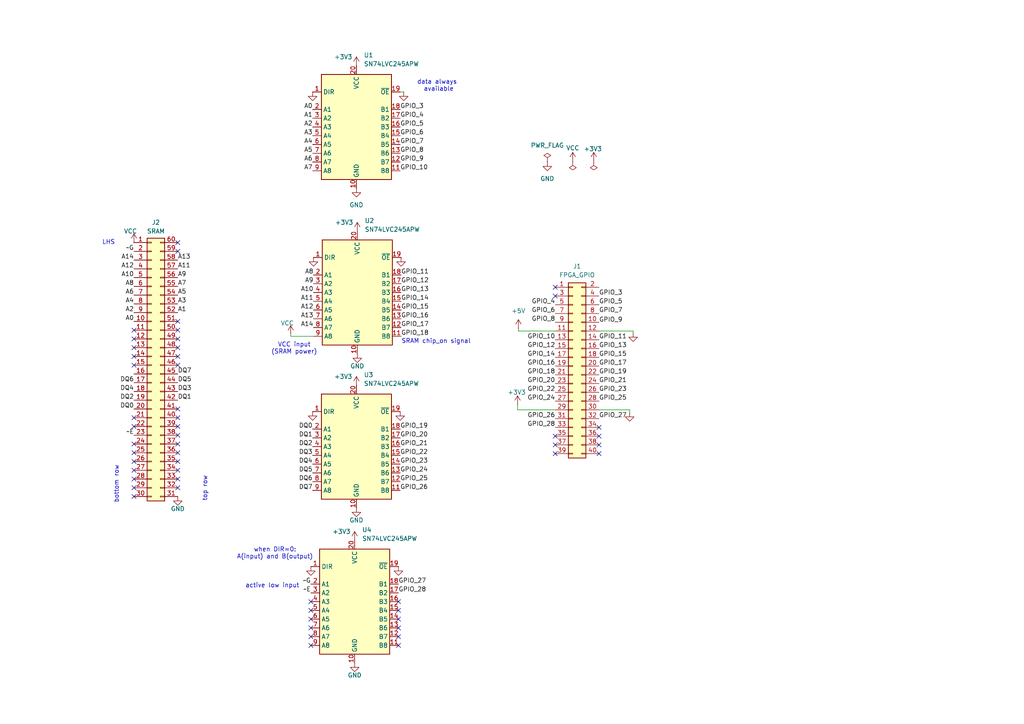
<source format=kicad_sch>
(kicad_sch (version 20250114) (generator "eeschema") (generator_version "9.0")
  (paper "A4")
  (title_block (title "SRAM interfacing hardware") (date "2025-07-24") (rev "v1") (company "Cybicom Atlas Defence") (comment 1 "reviewed by: Kyle Liebenberg") (comment 2 "author: Pontsho Mbizo"))
  (lib_symbols
    (symbol "Connector_Generic:Conn_02x20_Odd_Even" (pin_names (offset 1.016) (hide yes))
      (property "Reference" "J" (at 1.27 25.4 0))
      (property "Value" "Conn_02x20_Odd_Even" (at 1.27 -27.94 0))
      (symbol "Conn_02x20_Odd_Even_1_1"
        (rectangle (start -1.27 24.13) (end 3.81 -26.67) (stroke (width 0.254)) (fill (type background)))
        (rectangle (start -1.27 22.987) (end 0 22.733) (stroke (width 0.1524)))
        (rectangle (start -1.27 20.447) (end 0 20.193) (stroke (width 0.1524)))
        (rectangle (start -1.27 17.907) (end 0 17.653) (stroke (width 0.1524)))
        (rectangle (start -1.27 15.367) (end 0 15.113) (stroke (width 0.1524)))
        (rectangle (start -1.27 12.827) (end 0 12.573) (stroke (width 0.1524)))
        (rectangle (start -1.27 10.287) (end 0 10.033) (stroke (width 0.1524)))
        (rectangle (start -1.27 7.747) (end 0 7.493) (stroke (width 0.1524)))
        (rectangle (start -1.27 5.207) (end 0 4.953) (stroke (width 0.1524)))
        (rectangle (start -1.27 2.667) (end 0 2.413) (stroke (width 0.1524)))
        (rectangle (start -1.27 0.127) (end 0 -0.127) (stroke (width 0.1524)))
        (rectangle (start -1.27 -2.413) (end 0 -2.667) (stroke (width 0.1524)))
        (rectangle (start -1.27 -4.953) (end 0 -5.207) (stroke (width 0.1524)))
        (rectangle (start -1.27 -7.493) (end 0 -7.747) (stroke (width 0.1524)))
        (rectangle (start -1.27 -10.033) (end 0 -10.287) (stroke (width 0.1524)))
        (rectangle (start -1.27 -12.573) (end 0 -12.827) (stroke (width 0.1524)))
        (rectangle (start -1.27 -15.113) (end 0 -15.367) (stroke (width 0.1524)))
        (rectangle (start -1.27 -17.653) (end 0 -17.907) (stroke (width 0.1524)))
        (rectangle (start -1.27 -20.193) (end 0 -20.447) (stroke (width 0.1524)))
        (rectangle (start -1.27 -22.733) (end 0 -22.987) (stroke (width 0.1524)))
        (rectangle (start -1.27 -25.273) (end 0 -25.527) (stroke (width 0.1524)))
        (rectangle (start 3.81 22.987) (end 2.54 22.733) (stroke (width 0.1524)))
        (rectangle (start 3.81 20.447) (end 2.54 20.193) (stroke (width 0.1524)))
        (rectangle (start 3.81 17.907) (end 2.54 17.653) (stroke (width 0.1524)))
        (rectangle (start 3.81 15.367) (end 2.54 15.113) (stroke (width 0.1524)))
        (rectangle (start 3.81 12.827) (end 2.54 12.573) (stroke (width 0.1524)))
        (rectangle (start 3.81 10.287) (end 2.54 10.033) (stroke (width 0.1524)))
        (rectangle (start 3.81 7.747) (end 2.54 7.493) (stroke (width 0.1524)))
        (rectangle (start 3.81 5.207) (end 2.54 4.953) (stroke (width 0.1524)))
        (rectangle (start 3.81 2.667) (end 2.54 2.413) (stroke (width 0.1524)))
        (rectangle (start 3.81 0.127) (end 2.54 -0.127) (stroke (width 0.1524)))
        (rectangle (start 3.81 -2.413) (end 2.54 -2.667) (stroke (width 0.1524)))
        (rectangle (start 3.81 -4.953) (end 2.54 -5.207) (stroke (width 0.1524)))
        (rectangle (start 3.81 -7.493) (end 2.54 -7.747) (stroke (width 0.1524)))
        (rectangle (start 3.81 -10.033) (end 2.54 -10.287) (stroke (width 0.1524)))
        (rectangle (start 3.81 -12.573) (end 2.54 -12.827) (stroke (width 0.1524)))
        (rectangle (start 3.81 -15.113) (end 2.54 -15.367) (stroke (width 0.1524)))
        (rectangle (start 3.81 -17.653) (end 2.54 -17.907) (stroke (width 0.1524)))
        (rectangle (start 3.81 -20.193) (end 2.54 -20.447) (stroke (width 0.1524)))
        (rectangle (start 3.81 -22.733) (end 2.54 -22.987) (stroke (width 0.1524)))
        (rectangle (start 3.81 -25.273) (end 2.54 -25.527) (stroke (width 0.1524)))
        (pin passive line (at -5.08 22.86 0) (length 3.81) (name "Pin_1") (number "1"))
        (pin passive line (at -5.08 20.32 0) (length 3.81) (name "Pin_3") (number "3"))
        (pin passive line (at -5.08 17.78 0) (length 3.81) (name "Pin_5") (number "5"))
        (pin passive line (at -5.08 15.24 0) (length 3.81) (name "Pin_7") (number "7"))
        (pin passive line (at -5.08 12.7 0) (length 3.81) (name "Pin_9") (number "9"))
        (pin passive line (at -5.08 10.16 0) (length 3.81) (name "Pin_11") (number "11"))
        (pin passive line (at -5.08 7.62 0) (length 3.81) (name "Pin_13") (number "13"))
        (pin passive line (at -5.08 5.08 0) (length 3.81) (name "Pin_15") (number "15"))
        (pin passive line (at -5.08 2.54 0) (length 3.81) (name "Pin_17") (number "17"))
        (pin passive line (at -5.08 0 0) (length 3.81) (name "Pin_19") (number "19"))
        (pin passive line (at -5.08 -2.54 0) (length 3.81) (name "Pin_21") (number "21"))
        (pin passive line (at -5.08 -5.08 0) (length 3.81) (name "Pin_23") (number "23"))
        (pin passive line (at -5.08 -7.62 0) (length 3.81) (name "Pin_25") (number "25"))
        (pin passive line (at -5.08 -10.16 0) (length 3.81) (name "Pin_27") (number "27"))
        (pin passive line (at -5.08 -12.7 0) (length 3.81) (name "Pin_29") (number "29"))
        (pin passive line (at -5.08 -15.24 0) (length 3.81) (name "Pin_31") (number "31"))
        (pin passive line (at -5.08 -17.78 0) (length 3.81) (name "Pin_33") (number "33"))
        (pin passive line (at -5.08 -20.32 0) (length 3.81) (name "Pin_35") (number "35"))
        (pin passive line (at -5.08 -22.86 0) (length 3.81) (name "Pin_37") (number "37"))
        (pin passive line (at -5.08 -25.4 0) (length 3.81) (name "Pin_39") (number "39"))
        (pin passive line (at 7.62 22.86 180) (length 3.81) (name "Pin_2") (number "2"))
        (pin passive line (at 7.62 20.32 180) (length 3.81) (name "Pin_4") (number "4"))
        (pin passive line (at 7.62 17.78 180) (length 3.81) (name "Pin_6") (number "6"))
        (pin passive line (at 7.62 15.24 180) (length 3.81) (name "Pin_8") (number "8"))
        (pin passive line (at 7.62 12.7 180) (length 3.81) (name "Pin_10") (number "10"))
        (pin passive line (at 7.62 10.16 180) (length 3.81) (name "Pin_12") (number "12"))
        (pin passive line (at 7.62 7.62 180) (length 3.81) (name "Pin_14") (number "14"))
        (pin passive line (at 7.62 5.08 180) (length 3.81) (name "Pin_16") (number "16"))
        (pin passive line (at 7.62 2.54 180) (length 3.81) (name "Pin_18") (number "18"))
        (pin passive line (at 7.62 0 180) (length 3.81) (name "Pin_20") (number "20"))
        (pin passive line (at 7.62 -2.54 180) (length 3.81) (name "Pin_22") (number "22"))
        (pin passive line (at 7.62 -5.08 180) (length 3.81) (name "Pin_24") (number "24"))
        (pin passive line (at 7.62 -7.62 180) (length 3.81) (name "Pin_26") (number "26"))
        (pin passive line (at 7.62 -10.16 180) (length 3.81) (name "Pin_28") (number "28"))
        (pin passive line (at 7.62 -12.7 180) (length 3.81) (name "Pin_30") (number "30"))
        (pin passive line (at 7.62 -15.24 180) (length 3.81) (name "Pin_32") (number "32"))
        (pin passive line (at 7.62 -17.78 180) (length 3.81) (name "Pin_34") (number "34"))
        (pin passive line (at 7.62 -20.32 180) (length 3.81) (name "Pin_36") (number "36"))
        (pin passive line (at 7.62 -22.86 180) (length 3.81) (name "Pin_38") (number "38"))
        (pin passive line (at 7.62 -25.4 180) (length 3.81) (name "Pin_40") (number "40"))
      )
    )
    (symbol "Connector_Generic:Conn_02x30_Counter_Clockwise" (pin_names (offset 1.016) (hide yes))
      (property "Reference" "J" (at 1.27 38.1 0))
      (property "Value" "Conn_02x30_Counter_Clockwise" (at 1.27 -40.64 0))
      (symbol "Conn_02x30_Counter_Clockwise_1_1"
        (rectangle (start -1.27 36.83) (end 3.81 -39.37) (stroke (width 0.254)) (fill (type background)))
        (rectangle (start -1.27 35.687) (end 0 35.433) (stroke (width 0.1524)))
        (rectangle (start -1.27 33.147) (end 0 32.893) (stroke (width 0.1524)))
        (rectangle (start -1.27 30.607) (end 0 30.353) (stroke (width 0.1524)))
        (rectangle (start -1.27 28.067) (end 0 27.813) (stroke (width 0.1524)))
        (rectangle (start -1.27 25.527) (end 0 25.273) (stroke (width 0.1524)))
        (rectangle (start -1.27 22.987) (end 0 22.733) (stroke (width 0.1524)))
        (rectangle (start -1.27 20.447) (end 0 20.193) (stroke (width 0.1524)))
        (rectangle (start -1.27 17.907) (end 0 17.653) (stroke (width 0.1524)))
        (rectangle (start -1.27 15.367) (end 0 15.113) (stroke (width 0.1524)))
        (rectangle (start -1.27 12.827) (end 0 12.573) (stroke (width 0.1524)))
        (rectangle (start -1.27 10.287) (end 0 10.033) (stroke (width 0.1524)))
        (rectangle (start -1.27 7.747) (end 0 7.493) (stroke (width 0.1524)))
        (rectangle (start -1.27 5.207) (end 0 4.953) (stroke (width 0.1524)))
        (rectangle (start -1.27 2.667) (end 0 2.413) (stroke (width 0.1524)))
        (rectangle (start -1.27 0.127) (end 0 -0.127) (stroke (width 0.1524)))
        (rectangle (start -1.27 -2.413) (end 0 -2.667) (stroke (width 0.1524)))
        (rectangle (start -1.27 -4.953) (end 0 -5.207) (stroke (width 0.1524)))
        (rectangle (start -1.27 -7.493) (end 0 -7.747) (stroke (width 0.1524)))
        (rectangle (start -1.27 -10.033) (end 0 -10.287) (stroke (width 0.1524)))
        (rectangle (start -1.27 -12.573) (end 0 -12.827) (stroke (width 0.1524)))
        (rectangle (start -1.27 -15.113) (end 0 -15.367) (stroke (width 0.1524)))
        (rectangle (start -1.27 -17.653) (end 0 -17.907) (stroke (width 0.1524)))
        (rectangle (start -1.27 -20.193) (end 0 -20.447) (stroke (width 0.1524)))
        (rectangle (start -1.27 -22.733) (end 0 -22.987) (stroke (width 0.1524)))
        (rectangle (start -1.27 -25.273) (end 0 -25.527) (stroke (width 0.1524)))
        (rectangle (start -1.27 -27.813) (end 0 -28.067) (stroke (width 0.1524)))
        (rectangle (start -1.27 -30.353) (end 0 -30.607) (stroke (width 0.1524)))
        (rectangle (start -1.27 -32.893) (end 0 -33.147) (stroke (width 0.1524)))
        (rectangle (start -1.27 -35.433) (end 0 -35.687) (stroke (width 0.1524)))
        (rectangle (start -1.27 -37.973) (end 0 -38.227) (stroke (width 0.1524)))
        (rectangle (start 3.81 35.687) (end 2.54 35.433) (stroke (width 0.1524)))
        (rectangle (start 3.81 33.147) (end 2.54 32.893) (stroke (width 0.1524)))
        (rectangle (start 3.81 30.607) (end 2.54 30.353) (stroke (width 0.1524)))
        (rectangle (start 3.81 28.067) (end 2.54 27.813) (stroke (width 0.1524)))
        (rectangle (start 3.81 25.527) (end 2.54 25.273) (stroke (width 0.1524)))
        (rectangle (start 3.81 22.987) (end 2.54 22.733) (stroke (width 0.1524)))
        (rectangle (start 3.81 20.447) (end 2.54 20.193) (stroke (width 0.1524)))
        (rectangle (start 3.81 17.907) (end 2.54 17.653) (stroke (width 0.1524)))
        (rectangle (start 3.81 15.367) (end 2.54 15.113) (stroke (width 0.1524)))
        (rectangle (start 3.81 12.827) (end 2.54 12.573) (stroke (width 0.1524)))
        (rectangle (start 3.81 10.287) (end 2.54 10.033) (stroke (width 0.1524)))
        (rectangle (start 3.81 7.747) (end 2.54 7.493) (stroke (width 0.1524)))
        (rectangle (start 3.81 5.207) (end 2.54 4.953) (stroke (width 0.1524)))
        (rectangle (start 3.81 2.667) (end 2.54 2.413) (stroke (width 0.1524)))
        (rectangle (start 3.81 0.127) (end 2.54 -0.127) (stroke (width 0.1524)))
        (rectangle (start 3.81 -2.413) (end 2.54 -2.667) (stroke (width 0.1524)))
        (rectangle (start 3.81 -4.953) (end 2.54 -5.207) (stroke (width 0.1524)))
        (rectangle (start 3.81 -7.493) (end 2.54 -7.747) (stroke (width 0.1524)))
        (rectangle (start 3.81 -10.033) (end 2.54 -10.287) (stroke (width 0.1524)))
        (rectangle (start 3.81 -12.573) (end 2.54 -12.827) (stroke (width 0.1524)))
        (rectangle (start 3.81 -15.113) (end 2.54 -15.367) (stroke (width 0.1524)))
        (rectangle (start 3.81 -17.653) (end 2.54 -17.907) (stroke (width 0.1524)))
        (rectangle (start 3.81 -20.193) (end 2.54 -20.447) (stroke (width 0.1524)))
        (rectangle (start 3.81 -22.733) (end 2.54 -22.987) (stroke (width 0.1524)))
        (rectangle (start 3.81 -25.273) (end 2.54 -25.527) (stroke (width 0.1524)))
        (rectangle (start 3.81 -27.813) (end 2.54 -28.067) (stroke (width 0.1524)))
        (rectangle (start 3.81 -30.353) (end 2.54 -30.607) (stroke (width 0.1524)))
        (rectangle (start 3.81 -32.893) (end 2.54 -33.147) (stroke (width 0.1524)))
        (rectangle (start 3.81 -35.433) (end 2.54 -35.687) (stroke (width 0.1524)))
        (rectangle (start 3.81 -37.973) (end 2.54 -38.227) (stroke (width 0.1524)))
        (pin passive line (at -5.08 35.56 0) (length 3.81) (name "Pin_1") (number "1"))
        (pin passive line (at -5.08 33.02 0) (length 3.81) (name "Pin_2") (number "2"))
        (pin passive line (at -5.08 30.48 0) (length 3.81) (name "Pin_3") (number "3"))
        (pin passive line (at -5.08 27.94 0) (length 3.81) (name "Pin_4") (number "4"))
        (pin passive line (at -5.08 25.4 0) (length 3.81) (name "Pin_5") (number "5"))
        (pin passive line (at -5.08 22.86 0) (length 3.81) (name "Pin_6") (number "6"))
        (pin passive line (at -5.08 20.32 0) (length 3.81) (name "Pin_7") (number "7"))
        (pin passive line (at -5.08 17.78 0) (length 3.81) (name "Pin_8") (number "8"))
        (pin passive line (at -5.08 15.24 0) (length 3.81) (name "Pin_9") (number "9"))
        (pin passive line (at -5.08 12.7 0) (length 3.81) (name "Pin_10") (number "10"))
        (pin passive line (at -5.08 10.16 0) (length 3.81) (name "Pin_11") (number "11"))
        (pin passive line (at -5.08 7.62 0) (length 3.81) (name "Pin_12") (number "12"))
        (pin passive line (at -5.08 5.08 0) (length 3.81) (name "Pin_13") (number "13"))
        (pin passive line (at -5.08 2.54 0) (length 3.81) (name "Pin_14") (number "14"))
        (pin passive line (at -5.08 0 0) (length 3.81) (name "Pin_15") (number "15"))
        (pin passive line (at -5.08 -2.54 0) (length 3.81) (name "Pin_16") (number "16"))
        (pin passive line (at -5.08 -5.08 0) (length 3.81) (name "Pin_17") (number "17"))
        (pin passive line (at -5.08 -7.62 0) (length 3.81) (name "Pin_18") (number "18"))
        (pin passive line (at -5.08 -10.16 0) (length 3.81) (name "Pin_19") (number "19"))
        (pin passive line (at -5.08 -12.7 0) (length 3.81) (name "Pin_20") (number "20"))
        (pin passive line (at -5.08 -15.24 0) (length 3.81) (name "Pin_21") (number "21"))
        (pin passive line (at -5.08 -17.78 0) (length 3.81) (name "Pin_22") (number "22"))
        (pin passive line (at -5.08 -20.32 0) (length 3.81) (name "Pin_23") (number "23"))
        (pin passive line (at -5.08 -22.86 0) (length 3.81) (name "Pin_24") (number "24"))
        (pin passive line (at -5.08 -25.4 0) (length 3.81) (name "Pin_25") (number "25"))
        (pin passive line (at -5.08 -27.94 0) (length 3.81) (name "Pin_26") (number "26"))
        (pin passive line (at -5.08 -30.48 0) (length 3.81) (name "Pin_27") (number "27"))
        (pin passive line (at -5.08 -33.02 0) (length 3.81) (name "Pin_28") (number "28"))
        (pin passive line (at -5.08 -35.56 0) (length 3.81) (name "Pin_29") (number "29"))
        (pin passive line (at -5.08 -38.1 0) (length 3.81) (name "Pin_30") (number "30"))
        (pin passive line (at 7.62 35.56 180) (length 3.81) (name "Pin_60") (number "60"))
        (pin passive line (at 7.62 33.02 180) (length 3.81) (name "Pin_59") (number "59"))
        (pin passive line (at 7.62 30.48 180) (length 3.81) (name "Pin_58") (number "58"))
        (pin passive line (at 7.62 27.94 180) (length 3.81) (name "Pin_57") (number "57"))
        (pin passive line (at 7.62 25.4 180) (length 3.81) (name "Pin_56") (number "56"))
        (pin passive line (at 7.62 22.86 180) (length 3.81) (name "Pin_55") (number "55"))
        (pin passive line (at 7.62 20.32 180) (length 3.81) (name "Pin_54") (number "54"))
        (pin passive line (at 7.62 17.78 180) (length 3.81) (name "Pin_53") (number "53"))
        (pin passive line (at 7.62 15.24 180) (length 3.81) (name "Pin_52") (number "52"))
        (pin passive line (at 7.62 12.7 180) (length 3.81) (name "Pin_51") (number "51"))
        (pin passive line (at 7.62 10.16 180) (length 3.81) (name "Pin_50") (number "50"))
        (pin passive line (at 7.62 7.62 180) (length 3.81) (name "Pin_49") (number "49"))
        (pin passive line (at 7.62 5.08 180) (length 3.81) (name "Pin_48") (number "48"))
        (pin passive line (at 7.62 2.54 180) (length 3.81) (name "Pin_47") (number "47"))
        (pin passive line (at 7.62 0 180) (length 3.81) (name "Pin_46") (number "46"))
        (pin passive line (at 7.62 -2.54 180) (length 3.81) (name "Pin_45") (number "45"))
        (pin passive line (at 7.62 -5.08 180) (length 3.81) (name "Pin_44") (number "44"))
        (pin passive line (at 7.62 -7.62 180) (length 3.81) (name "Pin_43") (number "43"))
        (pin passive line (at 7.62 -10.16 180) (length 3.81) (name "Pin_42") (number "42"))
        (pin passive line (at 7.62 -12.7 180) (length 3.81) (name "Pin_41") (number "41"))
        (pin passive line (at 7.62 -15.24 180) (length 3.81) (name "Pin_40") (number "40"))
        (pin passive line (at 7.62 -17.78 180) (length 3.81) (name "Pin_39") (number "39"))
        (pin passive line (at 7.62 -20.32 180) (length 3.81) (name "Pin_38") (number "38"))
        (pin passive line (at 7.62 -22.86 180) (length 3.81) (name "Pin_37") (number "37"))
        (pin passive line (at 7.62 -25.4 180) (length 3.81) (name "Pin_36") (number "36"))
        (pin passive line (at 7.62 -27.94 180) (length 3.81) (name "Pin_35") (number "35"))
        (pin passive line (at 7.62 -30.48 180) (length 3.81) (name "Pin_34") (number "34"))
        (pin passive line (at 7.62 -33.02 180) (length 3.81) (name "Pin_33") (number "33"))
        (pin passive line (at 7.62 -35.56 180) (length 3.81) (name "Pin_32") (number "32"))
        (pin passive line (at 7.62 -38.1 180) (length 3.81) (name "Pin_31") (number "31"))
      )
    )
    (symbol "Logic_LevelTranslator:SN74LVC245APW"
      (property "Reference" "U" (at -10.16 17.78 0))
      (property "Value" "SN74LVC245APW" (at 10.16 17.78 0))
      (symbol "SN74LVC245APW_0_1"
        (rectangle (start -10.16 15.24) (end 10.16 -15.24) (stroke (width 0.254)) (fill (type background)))
      )
      (symbol "SN74LVC245APW_1_1"
        (pin input line (at -12.7 10.16 0) (length 2.54) (name "DIR") (number "1"))
        (pin bidirectional line (at -12.7 5.08 0) (length 2.54) (name "A1") (number "2"))
        (pin bidirectional line (at -12.7 2.54 0) (length 2.54) (name "A2") (number "3"))
        (pin bidirectional line (at -12.7 0 0) (length 2.54) (name "A3") (number "4"))
        (pin bidirectional line (at -12.7 -2.54 0) (length 2.54) (name "A4") (number "5"))
        (pin bidirectional line (at -12.7 -5.08 0) (length 2.54) (name "A5") (number "6"))
        (pin bidirectional line (at -12.7 -7.62 0) (length 2.54) (name "A6") (number "7"))
        (pin bidirectional line (at -12.7 -10.16 0) (length 2.54) (name "A7") (number "8"))
        (pin bidirectional line (at -12.7 -12.7 0) (length 2.54) (name "A8") (number "9"))
        (pin power_in line (at 0 17.78 270) (length 2.54) (name "VCC") (number "20"))
        (pin power_in line (at 0 -17.78 90) (length 2.54) (name "GND") (number "10"))
        (pin input line (at 12.7 10.16 180) (length 2.54) (name "~{OE}") (number "19"))
        (pin bidirectional line (at 12.7 5.08 180) (length 2.54) (name "B1") (number "18"))
        (pin bidirectional line (at 12.7 2.54 180) (length 2.54) (name "B2") (number "17"))
        (pin bidirectional line (at 12.7 0 180) (length 2.54) (name "B3") (number "16"))
        (pin bidirectional line (at 12.7 -2.54 180) (length 2.54) (name "B4") (number "15"))
        (pin bidirectional line (at 12.7 -5.08 180) (length 2.54) (name "B5") (number "14"))
        (pin bidirectional line (at 12.7 -7.62 180) (length 2.54) (name "B6") (number "13"))
        (pin bidirectional line (at 12.7 -10.16 180) (length 2.54) (name "B7") (number "12"))
        (pin bidirectional line (at 12.7 -12.7 180) (length 2.54) (name "B8") (number "11"))
      )
    )
    (symbol "power:+3V3" (power) (pin_numbers (hide yes)) (pin_names (offset 0) (hide yes))
      (property "Value" "+3V3" (at 0 3.556 0))
      (symbol "+3V3_0_1"
        (polyline (pts (xy -0.762 1.27) (xy 0 2.54)))
        (polyline (pts (xy 0 2.54) (xy 0.762 1.27)))
        (polyline (pts (xy 0 0) (xy 0 2.54)))
      )
      (symbol "+3V3_1_1"
        (pin power_in line (at 0 0 90) (length 0) (name "~") (number "1"))
      )
    )
    (symbol "power:+5V" (power) (pin_numbers (hide yes)) (pin_names (offset 0) (hide yes))
      (property "Value" "+5V" (at 0 3.556 0))
      (symbol "+5V_0_1"
        (polyline (pts (xy -0.762 1.27) (xy 0 2.54)))
        (polyline (pts (xy 0 2.54) (xy 0.762 1.27)))
        (polyline (pts (xy 0 0) (xy 0 2.54)))
      )
      (symbol "+5V_1_1"
        (pin power_in line (at 0 0 90) (length 0) (name "~") (number "1"))
      )
    )
    (symbol "power:GND" (power) (pin_numbers (hide yes)) (pin_names (offset 0) (hide yes))
      (property "Value" "GND" (at 0 -3.81 0))
      (symbol "GND_0_1"
        (polyline (pts (xy 0 0) (xy 0 -1.27) (xy 1.27 -1.27) (xy 0 -2.54) (xy -1.27 -1.27) (xy 0 -1.27)))
      )
      (symbol "GND_1_1"
        (pin power_in line (at 0 0 270) (length 0) (name "~") (number "1"))
      )
    )
    (symbol "power:PWR_FLAG" (power) (pin_numbers (hide yes)) (pin_names (offset 0) (hide yes))
      (property "Value" "PWR_FLAG" (at 0 3.81 0))
      (symbol "PWR_FLAG_0_0"
        (pin power_out line (at 0 0 90) (length 0) (name "~") (number "1"))
      )
      (symbol "PWR_FLAG_0_1"
        (polyline (pts (xy 0 0) (xy 0 1.27) (xy -1.016 1.905) (xy 0 2.54) (xy 1.016 1.905) (xy 0 1.27)))
      )
    )
    (symbol "power:VCC" (power) (pin_numbers (hide yes)) (pin_names (offset 0) (hide yes))
      (property "Value" "VCC" (at 0 3.556 0))
      (symbol "VCC_0_1"
        (polyline (pts (xy -0.762 1.27) (xy 0 2.54)))
        (polyline (pts (xy 0 2.54) (xy 0.762 1.27)))
        (polyline (pts (xy 0 0) (xy 0 2.54)))
      )
      (symbol "VCC_1_1"
        (pin power_in line (at 0 0 90) (length 0) (name "~") (number "1"))
      )
    )
  )
  (text "when DIR=0:\nA(input) and B(output)" (at 79.756 160.528 0) (effects (font (size 1.27 1.27))))
  (text "VCC input\n(SRAM power)" (at 85.344 101.092 0) (effects (font (size 1.27 1.27))))
  (text "bottom row\n" (at 33.782 140.462 90) (effects (font (size 1.27 1.27))))
  (text "top row\n" (at 59.436 141.732 90) (effects (font (size 1.27 1.27))))
  (text "LHS" (at 31.496 70.358 0) (effects (font (size 1.27 1.27))))
  (text "SRAM chip_on signal\n" (at 126.492 99.06 0) (effects (font (size 1.27 1.27))))
  (text "active low input\n" (at 78.994 169.926 0) (effects (font (size 1.27 1.27))))
  (text "data always \navailable" (at 127.254 24.892 0) (effects (font (size 1.27 1.27))))
  (no_connect (at 38.862 128.778))
  (no_connect (at 51.562 105.918))
  (no_connect (at 115.57 187.198))
  (no_connect (at 51.562 133.858))
  (no_connect (at 38.862 121.158))
  (no_connect (at 38.862 141.478))
  (no_connect (at 51.562 98.298))
  (no_connect (at 173.736 131.572))
  (no_connect (at 51.562 141.478))
  (no_connect (at 38.862 105.918))
  (no_connect (at 173.736 129.032))
  (no_connect (at 161.036 83.312))
  (no_connect (at 51.562 128.778))
  (no_connect (at 51.562 121.158))
  (no_connect (at 51.562 70.358))
  (no_connect (at 38.862 98.298))
  (no_connect (at 51.562 138.938))
  (no_connect (at 38.862 100.838))
  (no_connect (at 90.17 174.498))
  (no_connect (at 90.17 184.658))
  (no_connect (at 161.036 131.572))
  (no_connect (at 51.562 93.218))
  (no_connect (at 90.17 179.578))
  (no_connect (at 51.562 95.758))
  (no_connect (at 90.17 187.198))
  (no_connect (at 38.862 103.378))
  (no_connect (at 161.036 129.032))
  (no_connect (at 173.736 126.492))
  (no_connect (at 161.036 126.492))
  (no_connect (at 90.17 182.118))
  (no_connect (at 115.57 182.118))
  (no_connect (at 90.17 177.038))
  (no_connect (at 51.562 100.838))
  (no_connect (at 51.562 126.238))
  (no_connect (at 115.57 179.578))
  (no_connect (at 161.036 85.852))
  (no_connect (at 115.57 184.658))
  (no_connect (at 38.862 123.698))
  (no_connect (at 51.562 136.398))
  (no_connect (at 38.862 95.758))
  (no_connect (at 51.562 131.318))
  (no_connect (at 38.862 131.318))
  (no_connect (at 51.562 123.698))
  (no_connect (at 51.562 103.378))
  (no_connect (at 38.862 133.858))
  (no_connect (at 38.862 144.018))
  (no_connect (at 51.562 118.618))
  (no_connect (at 173.736 123.952))
  (no_connect (at 51.562 72.898))
  (no_connect (at 115.57 174.498))
  (no_connect (at 115.57 177.038))
  (no_connect (at 38.862 138.938))
  (no_connect (at 38.862 136.398))
  (wire (pts (xy 161.036 118.872) (xy 150.114 118.872)))
  (wire (pts (xy 183.642 96.012) (xy 183.642 96.52)))
  (wire (pts (xy 182.626 118.872) (xy 182.626 119.634)))
  (wire (pts (xy 161.036 96.012) (xy 150.368 96.012)))
  (wire (pts (xy 150.368 96.012) (xy 150.368 95.25)))
  (wire (pts (xy 84.328 97.536) (xy 84.328 97.028)))
  (wire (pts (xy 90.932 97.536) (xy 84.328 97.536)))
  (wire (pts (xy 173.736 96.012) (xy 183.642 96.012)))
  (wire (pts (xy 117.094 26.67) (xy 116.078 26.67)))
  (wire (pts (xy 150.114 117.348) (xy 150.114 118.872)))
  (wire (pts (xy 173.736 118.872) (xy 182.626 118.872)))
  (label "GPIO_21" (at 116.078 129.54 0))
  (label "GPIO_10" (at 116.078 49.53 0))
  (label "A9" (at 51.562 80.518 0))
  (label "~G" (at 38.862 72.898 180))
  (label "GPIO_8" (at 161.036 93.472 180))
  (label "A11" (at 90.932 87.376 180))
  (label "~G" (at 90.17 169.418 180))
  (label "DQ1" (at 51.562 116.078 0))
  (label "GPIO_18" (at 161.036 108.712 180))
  (label "GPIO_13" (at 116.332 84.836 0))
  (label "DQ4" (at 38.862 113.538 180))
  (label "GPIO_24" (at 161.036 116.332 180))
  (label "GPIO_24" (at 116.078 137.16 0))
  (label "GPIO_9" (at 173.736 93.726 0))
  (label "GPIO_9" (at 116.078 46.99 0))
  (label "GPIO_20" (at 161.036 111.252 180))
  (label "GPIO_19" (at 116.078 124.46 0))
  (label "GPIO_13" (at 173.736 101.092 0))
  (label "GPIO_20" (at 116.078 127 0))
  (label "~E" (at 90.17 171.958 180))
  (label "GPIO_4" (at 116.078 34.29 0))
  (label "DQ4" (at 90.678 134.62 180))
  (label "A9" (at 90.932 82.296 180))
  (label "GPIO_3" (at 173.736 85.852 0))
  (label "GPIO_4" (at 161.036 88.392 180))
  (label "GPIO_5" (at 116.078 36.83 0))
  (label "A6" (at 38.862 85.598 180))
  (label "DQ7" (at 51.562 108.458 0))
  (label "DQ6" (at 90.678 139.7 180))
  (label "GPIO_10" (at 161.036 98.552 180))
  (label "GPIO_19" (at 173.736 108.712 0))
  (label "GPIO_23" (at 173.736 113.792 0))
  (label "GPIO_6" (at 116.078 39.37 0))
  (label "GPIO_17" (at 116.332 94.996 0))
  (label "A5" (at 51.562 85.598 0))
  (label "A1" (at 51.562 90.678 0))
  (label "GPIO_5" (at 173.736 88.392 0))
  (label "DQ2" (at 90.678 129.54 180))
  (label "DQ0" (at 38.862 118.618 180))
  (label "GPIO_26" (at 161.036 121.412 180))
  (label "GPIO_17" (at 173.736 106.172 0))
  (label "A3" (at 51.562 88.138 0))
  (label "DQ6" (at 38.862 110.998 180))
  (label "GPIO_18" (at 116.332 97.536 0))
  (label "GPIO_27" (at 173.736 121.412 0))
  (label "A2" (at 38.862 90.678 180))
  (label "GPIO_25" (at 116.078 139.7 0))
  (label "A4" (at 90.678 41.91 180))
  (label "GPIO_22" (at 161.036 113.792 180))
  (label "A8" (at 38.862 83.058 180))
  (label "A2" (at 90.678 36.83 180))
  (label "GPIO_21" (at 173.736 111.252 0))
  (label "DQ7" (at 90.678 142.24 180))
  (label "A12" (at 90.932 89.916 180))
  (label "GPIO_22" (at 116.078 132.08 0))
  (label "A13" (at 90.932 92.456 180))
  (label "DQ5" (at 51.562 110.998 0))
  (label "A10" (at 90.932 84.836 180))
  (label "GPIO_12" (at 161.036 101.092 180))
  (label "GPIO_11" (at 116.332 79.756 0))
  (label "GPIO_7" (at 116.078 41.91 0))
  (label "A13" (at 51.562 75.438 0))
  (label "A7" (at 51.562 83.058 0))
  (label "GPIO_23" (at 116.078 134.62 0))
  (label "DQ2" (at 38.862 116.078 180))
  (label "GPIO_16" (at 161.036 106.172 180))
  (label "DQ1" (at 90.678 127 180))
  (label "GPIO_6" (at 161.036 90.932 180))
  (label "A10" (at 38.862 80.518 180))
  (label "DQ3" (at 51.562 113.538 0))
  (label "A5" (at 90.678 44.45 180))
  (label "GPIO_12" (at 116.332 82.296 0))
  (label "A12" (at 38.862 77.978 180))
  (label "GPIO_14" (at 116.332 87.376 0))
  (label "~E" (at 38.862 126.238 180))
  (label "A4" (at 38.862 88.138 180))
  (label "GPIO_28" (at 161.036 123.952 180))
  (label "GPIO_25" (at 173.736 116.332 0))
  (label "A6" (at 90.678 46.99 180))
  (label "A7" (at 90.678 49.53 180))
  (label "DQ5" (at 90.678 137.16 180))
  (label "A0" (at 38.862 93.218 180))
  (label "A0" (at 90.678 31.75 180))
  (label "GPIO_27" (at 115.57 169.418 0))
  (label "GPIO_7" (at 173.736 90.932 0))
  (label "A8" (at 90.932 79.756 180))
  (label "GPIO_28" (at 115.57 171.958 0))
  (label "GPIO_11" (at 173.736 98.552 0))
  (label "A14" (at 38.862 75.438 180))
  (label "A1" (at 90.678 34.29 180))
  (label "GPIO_8" (at 116.078 44.45 0))
  (label "GPIO_15" (at 116.332 89.916 0))
  (label "GPIO_14" (at 161.036 103.632 180))
  (label "GPIO_26" (at 116.078 142.24 0))
  (label "GPIO_16" (at 116.332 92.456 0))
  (label "GPIO_3" (at 116.078 31.75 0))
  (label "A3" (at 90.678 39.37 180))
  (label "DQ0" (at 90.678 124.46 180))
  (label "GPIO_15" (at 173.736 103.632 0))
  (label "A11" (at 51.562 77.978 0))
  (label "DQ3" (at 90.678 132.08 180))
  (label "A14" (at 90.932 94.996 180))
  (symbol (lib_id "power:GND") (at 158.75 46.99 0) (unit 1)
    (property "Reference" "#PWR01" (effects (hide yes)))
    (property "Value" "GND" (at 158.75 51.816 0))
    (property "Description" "Power symbol creates a global label with name \"GND\" , ground" (effects (hide yes)))
  )
  (symbol (lib_id "power:VCC") (at 38.862 70.358 0) (unit 1)
    (property "Reference" "#PWR03" (effects (hide yes)))
    (property "Value" "VCC" (at 37.846 67.056 0))
    (property "Description" "Power symbol creates a global label with name \"VCC\"" (effects (hide yes)))
  )
  (symbol (lib_id "power:VCC") (at 166.116 46.736 0) (unit 1)
    (property "Reference" "#PWR02" (effects (hide yes)))
    (property "Value" "VCC" (at 166.116 42.926 0))
    (property "Description" "Power symbol creates a global label with name \"VCC\"" (effects (hide yes)))
  )
  (symbol (lib_id "power:GND") (at 183.642 96.52 0) (unit 1)
    (property "Reference" "#PWR025" (effects (hide yes)))
    (property "Value" "GND" (effects (hide yes)))
    (property "Description" "Power symbol creates a global label with name \"GND\" , ground" (effects (hide yes)))
  )
  (symbol (lib_id "power:GND") (at 115.57 164.338 0) (unit 1)
    (property "Reference" "#PWR023" (effects (hide yes)))
    (property "Value" "GND" (effects (hide yes)))
    (property "Description" "Power symbol creates a global label with name \"GND\" , ground" (effects (hide yes)))
  )
  (symbol (lib_id "power:GND") (at 116.332 74.676 0) (unit 1)
    (property "Reference" "#PWR021" (effects (hide yes)))
    (property "Value" "GND" (effects (hide yes)))
    (property "Description" "Power symbol creates a global label with name \"GND\" , ground" (effects (hide yes)))
  )
  (symbol (lib_id "Logic_LevelTranslator:SN74LVC245APW") (at 102.87 174.498 0) (unit 1)
    (property "Reference" "U4" (at 105.0133 153.67 0) (effects (justify left)))
    (property "Value" "SN74LVC245APW" (at 105.0133 156.21 0) (effects (justify left)))
    (property "Footprint" "Package_SO:TSSOP-20_4.4x6.5mm_P0.65mm" (effects (hide yes)))
    (property "Datasheet" "https://www.ti.com/lit/ds/scas218x/scas218x.pdf" (effects (hide yes)))
    (property "Description" "8-Bit Single-Supply Bus Transceiver With 5V tolerant input voltage and 3-State Outputs 24mA, TSSOP-20" (effects (hide yes)))
  )
  (symbol (lib_id "power:GND") (at 102.87 192.278 0) (unit 1)
    (property "Reference" "#PWR09" (effects (hide yes)))
    (property "Value" "GND" (at 102.87 195.834 0))
    (property "Description" "Power symbol creates a global label with name \"GND\" , ground" (effects (hide yes)))
  )
  (symbol (lib_id "Connector_Generic:Conn_02x20_Odd_Even") (at 166.116 106.172 0) (unit 1)
    (property "Reference" "J1" (at 167.386 77.216 0))
    (property "Value" "FPGA_GPIO" (at 167.386 79.756 0))
    (property "Footprint" "Connector_IDC:IDC-Header_2x20_P2.54mm_Vertical" (effects (hide yes)))
    (property "Description" "Generic connector, double row, 02x20, odd/even pin numbering scheme (row 1 odd numbers, row 2 even numbers), script generated (kicad-library-utils/schlib/autogen/connector/)" (effects (hide yes)))
  )
  (symbol (lib_id "power:GND") (at 182.626 119.634 0) (unit 1)
    (property "Reference" "#PWR026" (effects (hide yes)))
    (property "Value" "GND" (effects (hide yes)))
    (property "Description" "Power symbol creates a global label with name \"GND\" , ground" (effects (hide yes)))
  )
  (symbol (lib_id "power:GND") (at 103.378 54.61 0) (unit 1)
    (property "Reference" "#PWR07" (effects (hide yes)))
    (property "Value" "GND" (at 103.378 59.436 0))
    (property "Description" "Power symbol creates a global label with name \"GND\" , ground" (effects (hide yes)))
  )
  (symbol (lib_id "Logic_LevelTranslator:SN74LVC245APW") (at 103.632 84.836 0) (unit 1)
    (property "Reference" "U2" (at 105.7753 64.008 0) (effects (justify left)))
    (property "Value" "SN74LVC245APW" (at 105.7753 66.548 0) (effects (justify left)))
    (property "Footprint" "Package_SO:TSSOP-20_4.4x6.5mm_P0.65mm" (effects (hide yes)))
    (property "Datasheet" "https://www.ti.com/lit/ds/scas218x/scas218x.pdf" (effects (hide yes)))
    (property "Description" "8-Bit Single-Supply Bus Transceiver With 5V tolerant input voltage and 3-State Outputs 24mA, TSSOP-20" (effects (hide yes)))
  )
  (symbol (lib_id "Logic_LevelTranslator:SN74LVC245APW") (at 103.378 36.83 0) (unit 1)
    (property "Reference" "U1" (at 105.5213 16.002 0) (effects (justify left)))
    (property "Value" "SN74LVC245APW" (at 105.5213 18.542 0) (effects (justify left)))
    (property "Footprint" "Package_SO:TSSOP-20_4.4x6.5mm_P0.65mm" (effects (hide yes)))
    (property "Datasheet" "https://www.ti.com/lit/ds/scas218x/scas218x.pdf" (effects (hide yes)))
    (property "Description" "8-Bit Single-Supply Bus Transceiver With 5V tolerant input voltage and 3-State Outputs 24mA, TSSOP-20" (effects (hide yes)))
  )
  (symbol (lib_id "power:GND") (at 90.678 119.38 0) (unit 1)
    (property "Reference" "#PWR018" (effects (hide yes)))
    (property "Value" "GND" (effects (hide yes)))
    (property "Description" "Power symbol creates a global label with name \"GND\" , ground" (effects (hide yes)))
  )
  (symbol (lib_id "power:GND") (at 103.632 102.616 0) (unit 1)
    (property "Reference" "#PWR08" (effects (hide yes)))
    (property "Value" "GND" (at 103.632 106.172 0))
    (property "Description" "Power symbol creates a global label with name \"GND\" , ground" (effects (hide yes)))
  )
  (symbol (lib_id "power:VCC") (at 84.328 97.028 0) (unit 1)
    (property "Reference" "#PWR04" (effects (hide yes)))
    (property "Value" "VCC" (at 83.312 93.726 0))
    (property "Description" "Power symbol creates a global label with name \"VCC\"" (effects (hide yes)))
  )
  (symbol (lib_id "Connector_Generic:Conn_02x30_Counter_Clockwise") (at 43.942 105.918 0) (unit 1)
    (property "Reference" "J2" (at 45.212 64.516 0))
    (property "Value" "SRAM" (at 45.212 67.056 0))
    (property "Footprint" "Connector_IDC:IDC-Header_2x30_P2.54mm_Vertical" (effects (hide yes)))
    (property "Description" "Generic connector, double row, 02x30, counter clockwise pin numbering scheme (similar to DIP package numbering), script generated (kicad-library-utils/schlib/autogen/connector/)" (effects (hide yes)))
  )
  (symbol (lib_id "power:PWR_FLAG") (at 166.116 46.736 180) (unit 1)
    (property "Reference" "#FLG02" (effects (hide yes)))
    (property "Value" "PWR_FLAG" (effects (hide yes)))
    (property "Description" "Special symbol for telling ERC where power comes from" (effects (hide yes)))
  )
  (symbol (lib_id "power:+3V3") (at 150.114 117.348 0) (unit 1)
    (property "Reference" "#PWR024" (effects (hide yes)))
    (property "Value" "+3V3" (at 149.86 113.792 0))
    (property "Description" "Power symbol creates a global label with name \"+3V3\"" (effects (hide yes)))
  )
  (symbol (lib_id "power:+3V3") (at 103.632 67.056 0) (unit 1)
    (property "Reference" "#PWR012" (effects (hide yes)))
    (property "Value" "+3V3" (at 99.822 64.516 0))
    (property "Description" "Power symbol creates a global label with name \"+3V3\"" (effects (hide yes)))
  )
  (symbol (lib_id "power:+3V3") (at 172.212 46.736 0) (unit 1)
    (property "Reference" "#PWR015" (effects (hide yes)))
    (property "Value" "+3V3" (at 171.958 43.18 0))
    (property "Description" "Power symbol creates a global label with name \"+3V3\"" (effects (hide yes)))
  )
  (symbol (lib_id "power:+3V3") (at 103.378 19.05 0) (unit 1)
    (property "Reference" "#PWR013" (effects (hide yes)))
    (property "Value" "+3V3" (at 99.568 16.51 0))
    (property "Description" "Power symbol creates a global label with name \"+3V3\"" (effects (hide yes)))
  )
  (symbol (lib_id "power:+3V3") (at 102.87 156.718 0) (unit 1)
    (property "Reference" "#PWR014" (effects (hide yes)))
    (property "Value" "+3V3" (at 99.06 154.178 0))
    (property "Description" "Power symbol creates a global label with name \"+3V3\"" (effects (hide yes)))
  )
  (symbol (lib_id "Logic_LevelTranslator:SN74LVC245APW") (at 103.378 129.54 0) (unit 1)
    (property "Reference" "U3" (at 105.5213 108.712 0) (effects (justify left)))
    (property "Value" "SN74LVC245APW" (at 105.5213 111.252 0) (effects (justify left)))
    (property "Footprint" "Package_SO:TSSOP-20_4.4x6.5mm_P0.65mm" (effects (hide yes)))
    (property "Datasheet" "https://www.ti.com/lit/ds/scas218x/scas218x.pdf" (effects (hide yes)))
    (property "Description" "8-Bit Single-Supply Bus Transceiver With 5V tolerant input voltage and 3-State Outputs 24mA, TSSOP-20" (effects (hide yes)))
  )
  (symbol (lib_id "power:GND") (at 90.932 74.676 0) (unit 1)
    (property "Reference" "#PWR016" (effects (hide yes)))
    (property "Value" "GND" (effects (hide yes)))
    (property "Description" "Power symbol creates a global label with name \"GND\" , ground" (effects (hide yes)))
  )
  (symbol (lib_id "power:+3V3") (at 103.378 111.76 0) (unit 1)
    (property "Reference" "#PWR011" (effects (hide yes)))
    (property "Value" "+3V3" (at 99.568 109.22 0))
    (property "Description" "Power symbol creates a global label with name \"+3V3\"" (effects (hide yes)))
  )
  (symbol (lib_id "power:GND") (at 117.094 26.67 0) (unit 1)
    (property "Reference" "#PWR020" (effects (hide yes)))
    (property "Value" "GND" (effects (hide yes)))
    (property "Description" "Power symbol creates a global label with name \"GND\" , ground" (effects (hide yes)))
  )
  (symbol (lib_id "power:PWR_FLAG") (at 172.212 46.736 180) (unit 1)
    (property "Reference" "#FLG03" (effects (hide yes)))
    (property "Value" "PWR_FLAG" (effects (hide yes)))
    (property "Description" "Special symbol for telling ERC where power comes from" (effects (hide yes)))
  )
  (symbol (lib_id "power:GND") (at 90.678 26.67 0) (unit 1)
    (property "Reference" "#PWR017" (effects (hide yes)))
    (property "Value" "GND" (effects (hide yes)))
    (property "Description" "Power symbol creates a global label with name \"GND\" , ground" (effects (hide yes)))
  )
  (symbol (lib_id "power:PWR_FLAG") (at 158.75 46.99 0) (unit 1)
    (property "Reference" "#FLG01" (effects (hide yes)))
    (property "Value" "PWR_FLAG" (at 158.75 42.164 0))
    (property "Description" "Special symbol for telling ERC where power comes from" (effects (hide yes)))
  )
  (symbol (lib_id "power:GND") (at 90.17 164.338 0) (unit 1)
    (property "Reference" "#PWR019" (effects (hide yes)))
    (property "Value" "GND" (effects (hide yes)))
    (property "Description" "Power symbol creates a global label with name \"GND\" , ground" (effects (hide yes)))
  )
  (symbol (lib_id "power:GND") (at 103.378 147.32 0) (unit 1)
    (property "Reference" "#PWR06" (effects (hide yes)))
    (property "Value" "GND" (at 103.378 150.876 0))
    (property "Description" "Power symbol creates a global label with name \"GND\" , ground" (effects (hide yes)))
  )
  (symbol (lib_id "power:+5V") (at 150.368 95.25 0) (unit 1)
    (property "Reference" "#PWR05" (effects (hide yes)))
    (property "Value" "+5V" (at 150.368 90.17 0))
    (property "Description" "Power symbol creates a global label with name \"+5V\"" (effects (hide yes)))
  )
  (symbol (lib_id "power:GND") (at 51.562 144.018 0) (unit 1)
    (property "Reference" "#PWR010" (effects (hide yes)))
    (property "Value" "GND" (at 51.562 147.574 0))
    (property "Description" "Power symbol creates a global label with name \"GND\" , ground" (effects (hide yes)))
  )
  (symbol (lib_id "power:GND") (at 116.078 119.38 0) (unit 1)
    (property "Reference" "#PWR022" (effects (hide yes)))
    (property "Value" "GND" (effects (hide yes)))
    (property "Description" "Power symbol creates a global label with name \"GND\" , ground" (effects (hide yes)))
  )
)
</source>
